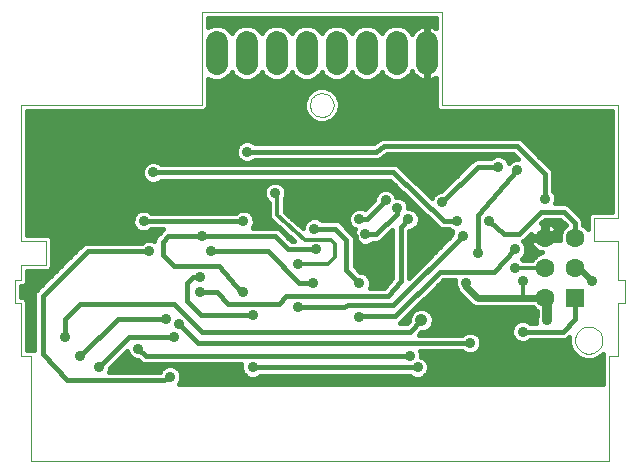
<source format=gbl>
G75*
%MOIN*%
%OFA0B0*%
%FSLAX24Y24*%
%IPPOS*%
%LPD*%
%AMOC8*
5,1,8,0,0,1.08239X$1,22.5*
%
%ADD10C,0.0740*%
%ADD11C,0.0000*%
%ADD12C,0.0630*%
%ADD13R,0.0630X0.0630*%
%ADD14C,0.0160*%
%ADD15C,0.0356*%
%ADD16C,0.0472*%
%ADD17C,0.0413*%
%ADD18C,0.0240*%
%ADD19C,0.0120*%
%ADD20C,0.0320*%
D10*
X007231Y013739D02*
X007231Y014479D01*
X008231Y014479D02*
X008231Y013739D01*
X009231Y013739D02*
X009231Y014479D01*
X010231Y014479D02*
X010231Y013739D01*
X011231Y013739D02*
X011231Y014479D01*
X012231Y014479D02*
X012231Y013739D01*
X013231Y013739D02*
X013231Y014479D01*
X014231Y014479D02*
X014231Y013739D01*
D11*
X020298Y000509D02*
X001051Y000509D01*
X001051Y004008D01*
X000727Y004008D01*
X000727Y005767D01*
X000519Y005767D01*
X000519Y006530D01*
X000727Y006530D01*
X000727Y007040D01*
X001548Y007040D01*
X001548Y007850D01*
X000727Y007850D01*
X000727Y012364D01*
X006739Y012364D01*
X006739Y014484D01*
X006739Y015484D01*
X007739Y015484D01*
X008739Y015484D01*
X009739Y015484D01*
X010739Y015484D01*
X011739Y015484D01*
X012739Y015484D01*
X013739Y015484D01*
X014739Y015484D01*
X014739Y014484D01*
X014739Y012364D01*
X020622Y012364D01*
X020622Y010929D01*
X020622Y010929D01*
X020622Y008614D01*
X019801Y008614D01*
X019801Y007850D01*
X020622Y007850D01*
X020622Y006530D01*
X020831Y006530D01*
X020831Y005767D01*
X020622Y005767D01*
X020622Y004008D01*
X020298Y004008D01*
X020298Y000509D01*
X019186Y004529D02*
X019188Y004571D01*
X019194Y004613D01*
X019204Y004655D01*
X019217Y004695D01*
X019235Y004734D01*
X019256Y004771D01*
X019280Y004805D01*
X019308Y004838D01*
X019338Y004868D01*
X019371Y004894D01*
X019406Y004918D01*
X019444Y004938D01*
X019483Y004954D01*
X019523Y004967D01*
X019565Y004976D01*
X019607Y004981D01*
X019650Y004982D01*
X019692Y004979D01*
X019734Y004972D01*
X019775Y004961D01*
X019815Y004946D01*
X019853Y004928D01*
X019890Y004906D01*
X019924Y004881D01*
X019956Y004853D01*
X019984Y004822D01*
X020010Y004788D01*
X020033Y004752D01*
X020052Y004715D01*
X020068Y004675D01*
X020080Y004634D01*
X020088Y004593D01*
X020092Y004550D01*
X020092Y004508D01*
X020088Y004465D01*
X020080Y004424D01*
X020068Y004383D01*
X020052Y004343D01*
X020033Y004306D01*
X020010Y004270D01*
X019984Y004236D01*
X019956Y004205D01*
X019924Y004177D01*
X019890Y004152D01*
X019853Y004130D01*
X019815Y004112D01*
X019775Y004097D01*
X019734Y004086D01*
X019692Y004079D01*
X019650Y004076D01*
X019607Y004077D01*
X019565Y004082D01*
X019523Y004091D01*
X019483Y004104D01*
X019444Y004120D01*
X019406Y004140D01*
X019371Y004164D01*
X019338Y004190D01*
X019308Y004220D01*
X019280Y004253D01*
X019256Y004287D01*
X019235Y004324D01*
X019217Y004363D01*
X019204Y004403D01*
X019194Y004445D01*
X019188Y004487D01*
X019186Y004529D01*
X010343Y012366D02*
X010345Y012405D01*
X010351Y012444D01*
X010361Y012482D01*
X010374Y012519D01*
X010391Y012554D01*
X010411Y012588D01*
X010435Y012619D01*
X010462Y012648D01*
X010491Y012674D01*
X010523Y012697D01*
X010557Y012717D01*
X010593Y012733D01*
X010630Y012745D01*
X010669Y012754D01*
X010708Y012759D01*
X010747Y012760D01*
X010786Y012757D01*
X010825Y012750D01*
X010862Y012739D01*
X010899Y012725D01*
X010934Y012707D01*
X010967Y012686D01*
X010998Y012661D01*
X011026Y012634D01*
X011051Y012604D01*
X011073Y012571D01*
X011092Y012537D01*
X011107Y012501D01*
X011119Y012463D01*
X011127Y012425D01*
X011131Y012386D01*
X011131Y012346D01*
X011127Y012307D01*
X011119Y012269D01*
X011107Y012231D01*
X011092Y012195D01*
X011073Y012161D01*
X011051Y012128D01*
X011026Y012098D01*
X010998Y012071D01*
X010967Y012046D01*
X010934Y012025D01*
X010899Y012007D01*
X010862Y011993D01*
X010825Y011982D01*
X010786Y011975D01*
X010747Y011972D01*
X010708Y011973D01*
X010669Y011978D01*
X010630Y011987D01*
X010593Y011999D01*
X010557Y012015D01*
X010523Y012035D01*
X010491Y012058D01*
X010462Y012084D01*
X010435Y012113D01*
X010411Y012144D01*
X010391Y012178D01*
X010374Y012213D01*
X010361Y012250D01*
X010351Y012288D01*
X010345Y012327D01*
X010343Y012366D01*
D12*
X018180Y007938D03*
X019180Y007938D03*
X019180Y006938D03*
X018180Y006938D03*
X018180Y005938D03*
D13*
X019180Y005938D03*
D14*
X019180Y005438D01*
X019185Y005432D01*
X019185Y005235D01*
X018767Y004816D01*
X017430Y004816D01*
X017295Y004463D02*
X016058Y004463D01*
X016058Y004513D02*
X016001Y004652D01*
X015894Y004758D01*
X015755Y004816D01*
X015605Y004816D01*
X015466Y004758D01*
X015425Y004717D01*
X013979Y004717D01*
X014047Y004785D01*
X014138Y004785D01*
X014288Y004847D01*
X014402Y004962D01*
X014464Y005111D01*
X014464Y005273D01*
X014402Y005422D01*
X014288Y005537D01*
X014138Y005599D01*
X013977Y005599D01*
X013827Y005537D01*
X013713Y005422D01*
X013651Y005273D01*
X013651Y005181D01*
X013562Y005092D01*
X013353Y005092D01*
X014796Y006535D01*
X015186Y006535D01*
X015177Y006513D01*
X015177Y006362D01*
X015234Y006223D01*
X015253Y006204D01*
X015284Y006131D01*
X015659Y005756D01*
X015749Y005666D01*
X015866Y005618D01*
X017772Y005618D01*
X017888Y005501D01*
X017899Y005497D01*
X017899Y005319D01*
X017881Y005276D01*
X017881Y005125D01*
X017893Y005096D01*
X017685Y005096D01*
X017644Y005137D01*
X017505Y005194D01*
X017355Y005194D01*
X017216Y005137D01*
X017109Y005030D01*
X017052Y004891D01*
X017052Y004741D01*
X017109Y004602D01*
X017216Y004495D01*
X017355Y004438D01*
X017505Y004438D01*
X017644Y004495D01*
X017685Y004536D01*
X018823Y004536D01*
X018926Y004579D01*
X018986Y004639D01*
X018986Y004399D01*
X019085Y004159D01*
X019269Y003975D01*
X019509Y003876D01*
X019768Y003876D01*
X020008Y003975D01*
X020098Y004065D01*
X020098Y003075D01*
X005977Y003075D01*
X006001Y003098D01*
X006058Y003237D01*
X006058Y003388D01*
X006001Y003527D01*
X005894Y003633D01*
X005755Y003691D01*
X005605Y003691D01*
X005466Y003633D01*
X005359Y003527D01*
X005335Y003467D01*
X003649Y003467D01*
X003683Y003550D01*
X003683Y003607D01*
X004243Y004167D01*
X004297Y004036D01*
X004403Y003929D01*
X004542Y003872D01*
X004600Y003872D01*
X004630Y003841D01*
X004709Y003763D01*
X004812Y003720D01*
X008060Y003720D01*
X008052Y003700D01*
X008052Y003550D01*
X008109Y003411D01*
X008216Y003304D01*
X008355Y003247D01*
X008505Y003247D01*
X008644Y003304D01*
X008685Y003345D01*
X013675Y003345D01*
X013716Y003304D01*
X013855Y003247D01*
X014005Y003247D01*
X014144Y003304D01*
X014251Y003411D01*
X014308Y003550D01*
X014308Y003700D01*
X014251Y003839D01*
X014144Y003946D01*
X014058Y003981D01*
X014058Y004075D01*
X014024Y004158D01*
X015425Y004158D01*
X015466Y004117D01*
X015605Y004059D01*
X015755Y004059D01*
X015894Y004117D01*
X016001Y004223D01*
X016058Y004362D01*
X016058Y004513D01*
X016013Y004621D02*
X017102Y004621D01*
X017052Y004780D02*
X015842Y004780D01*
X015518Y004780D02*
X014041Y004780D01*
X014379Y004938D02*
X017071Y004938D01*
X017176Y005097D02*
X014458Y005097D01*
X014464Y005255D02*
X017881Y005255D01*
X017893Y005097D02*
X017684Y005097D01*
X017899Y005414D02*
X014406Y005414D01*
X014203Y005572D02*
X017817Y005572D01*
X018180Y005938D02*
X018259Y005859D01*
X017430Y006000D02*
X017368Y005938D01*
X016493Y006813D02*
X016490Y006815D01*
X014680Y006815D01*
X013194Y005329D01*
X012009Y005329D01*
X011993Y005313D01*
X011618Y005688D02*
X011493Y005625D01*
X009930Y005625D01*
X009555Y006000D02*
X009305Y005750D01*
X007618Y005750D01*
X007243Y006125D01*
X006680Y006125D01*
X006243Y005835D02*
X006703Y005375D01*
X008430Y005375D01*
X008118Y006125D02*
X008055Y006125D01*
X007305Y007000D01*
X005805Y007000D01*
X005430Y007375D01*
X005430Y007813D01*
X005618Y008000D01*
X006743Y008000D01*
X009180Y008000D01*
X009618Y007563D01*
X010555Y007563D01*
X010493Y008250D02*
X011180Y008250D01*
X011555Y007875D01*
X011555Y006875D01*
X011993Y006438D01*
X012010Y006816D02*
X011835Y006991D01*
X011835Y007907D01*
X011859Y007848D01*
X011966Y007742D01*
X012105Y007684D01*
X012255Y007684D01*
X012394Y007742D01*
X012435Y007783D01*
X012611Y007783D01*
X012714Y007825D01*
X013088Y008199D01*
X013088Y006605D01*
X012803Y006280D01*
X012337Y006280D01*
X012371Y006362D01*
X012371Y006513D01*
X012313Y006652D01*
X012207Y006758D01*
X012068Y006816D01*
X012010Y006816D01*
X011986Y006840D02*
X013088Y006840D01*
X013088Y006682D02*
X012283Y006682D01*
X012366Y006523D02*
X013016Y006523D01*
X012877Y006365D02*
X012371Y006365D01*
X012930Y006000D02*
X009555Y006000D01*
X009993Y006438D02*
X008930Y007500D01*
X007055Y007500D01*
X006680Y006625D02*
X006430Y006625D01*
X006243Y006438D01*
X006243Y005835D01*
X005805Y005750D02*
X006743Y004813D01*
X013678Y004813D01*
X014058Y005192D01*
X013912Y005572D02*
X013833Y005572D01*
X013709Y005414D02*
X013674Y005414D01*
X013651Y005255D02*
X013516Y005255D01*
X013566Y005097D02*
X013357Y005097D01*
X013118Y005688D02*
X015430Y008000D01*
X015085Y008156D02*
X015052Y008075D01*
X015052Y008018D01*
X013647Y006613D01*
X013647Y008184D01*
X013693Y008184D01*
X013832Y008242D01*
X013938Y008348D01*
X013996Y008487D01*
X013996Y008638D01*
X013938Y008777D01*
X013832Y008883D01*
X013693Y008941D01*
X013621Y008941D01*
X013621Y009013D01*
X013563Y009152D01*
X013457Y009258D01*
X013318Y009316D01*
X013224Y009316D01*
X013188Y009402D01*
X013082Y009508D01*
X012943Y009566D01*
X012792Y009566D01*
X012653Y009508D01*
X012547Y009402D01*
X012489Y009263D01*
X012489Y009205D01*
X012179Y008895D01*
X012068Y008941D01*
X011917Y008941D01*
X011778Y008883D01*
X011672Y008777D01*
X011614Y008638D01*
X011614Y008487D01*
X011672Y008348D01*
X011778Y008242D01*
X011835Y008218D01*
X011802Y008138D01*
X011802Y008011D01*
X011792Y008034D01*
X011714Y008112D01*
X011339Y008487D01*
X011236Y008530D01*
X010747Y008530D01*
X010707Y008571D01*
X010568Y008628D01*
X010417Y008628D01*
X010278Y008571D01*
X010172Y008464D01*
X010114Y008325D01*
X010114Y008276D01*
X009502Y008806D01*
X009502Y009228D01*
X009558Y009362D01*
X009558Y009513D01*
X009501Y009652D01*
X009394Y009758D01*
X009255Y009816D01*
X009105Y009816D01*
X008966Y009758D01*
X008859Y009652D01*
X008802Y009513D01*
X008802Y009362D01*
X008859Y009223D01*
X008966Y009117D01*
X008983Y009110D01*
X008983Y008730D01*
X008979Y008721D01*
X008983Y008678D01*
X008983Y008636D01*
X008986Y008627D01*
X008987Y008617D01*
X009006Y008579D01*
X009022Y008540D01*
X009029Y008533D01*
X009033Y008525D01*
X009065Y008497D01*
X009095Y008467D01*
X009104Y008463D01*
X009821Y007842D01*
X009733Y007842D01*
X009417Y008159D01*
X009339Y008237D01*
X009236Y008280D01*
X008432Y008280D01*
X008438Y008286D01*
X008496Y008425D01*
X009148Y008425D01*
X009268Y008267D02*
X009331Y008267D01*
X009468Y008108D02*
X009514Y008108D01*
X009626Y007950D02*
X009697Y007950D01*
X009942Y008425D02*
X010156Y008425D01*
X010310Y008584D02*
X009759Y008584D01*
X009577Y008742D02*
X011658Y008742D01*
X011614Y008584D02*
X010675Y008584D01*
X011401Y008425D02*
X011640Y008425D01*
X011559Y008267D02*
X011754Y008267D01*
X011718Y008108D02*
X011802Y008108D01*
X011868Y008000D02*
X011430Y008438D01*
X011430Y009125D01*
X011805Y009500D01*
X012430Y009500D01*
X012536Y009376D02*
X009558Y009376D01*
X009549Y009535D02*
X012717Y009535D01*
X013018Y009535D02*
X013327Y009535D01*
X013199Y009376D02*
X013492Y009376D01*
X013497Y009218D02*
X013656Y009218D01*
X013601Y009059D02*
X013821Y009059D01*
X013790Y008901D02*
X013985Y008901D01*
X013952Y008742D02*
X014150Y008742D01*
X013996Y008584D02*
X014315Y008584D01*
X014479Y008425D02*
X013970Y008425D01*
X013856Y008267D02*
X014643Y008267D01*
X014646Y008263D02*
X014649Y008262D01*
X014651Y008260D01*
X014700Y008240D01*
X014749Y008220D01*
X014752Y008220D01*
X014755Y008219D01*
X014808Y008220D01*
X014988Y008220D01*
X015028Y008179D01*
X015085Y008156D01*
X015065Y008108D02*
X013647Y008108D01*
X013647Y007950D02*
X014984Y007950D01*
X014825Y007791D02*
X013647Y007791D01*
X013647Y007633D02*
X014667Y007633D01*
X014508Y007474D02*
X013647Y007474D01*
X013647Y007316D02*
X014350Y007316D01*
X014191Y007157D02*
X013647Y007157D01*
X013647Y006999D02*
X014033Y006999D01*
X013993Y007125D02*
X013993Y008063D01*
X014055Y008125D01*
X014609Y008300D02*
X014646Y008263D01*
X014609Y008300D02*
X013005Y009845D01*
X005372Y009845D01*
X005332Y009804D01*
X005193Y009747D01*
X005042Y009747D01*
X004903Y009804D01*
X004797Y009911D01*
X004739Y010050D01*
X004739Y010200D01*
X004797Y010339D01*
X004903Y010446D01*
X005042Y010503D01*
X005193Y010503D01*
X005332Y010446D01*
X005372Y010405D01*
X013115Y010405D01*
X013168Y010406D01*
X013170Y010405D01*
X013173Y010405D01*
X013222Y010385D01*
X013272Y010365D01*
X013274Y010363D01*
X013276Y010362D01*
X013314Y010325D01*
X014398Y009281D01*
X014422Y009339D01*
X014528Y009446D01*
X014667Y009503D01*
X014725Y009503D01*
X015693Y010471D01*
X015771Y010550D01*
X015874Y010592D01*
X016363Y010592D01*
X016403Y010633D01*
X016542Y010691D01*
X016693Y010691D01*
X016832Y010633D01*
X016938Y010527D01*
X016970Y010450D01*
X017028Y010508D01*
X017167Y010566D01*
X017281Y010566D01*
X017127Y010720D01*
X012898Y010720D01*
X012739Y010600D01*
X012714Y010575D01*
X012695Y010567D01*
X012678Y010555D01*
X012644Y010546D01*
X012611Y010533D01*
X012590Y010533D01*
X012571Y010527D01*
X012535Y010533D01*
X008497Y010533D01*
X008457Y010492D01*
X008318Y010434D01*
X008167Y010434D01*
X008028Y010492D01*
X007922Y010598D01*
X007864Y010737D01*
X007864Y010888D01*
X007922Y011027D01*
X008028Y011133D01*
X008167Y011191D01*
X008318Y011191D01*
X008457Y011133D01*
X008497Y011092D01*
X012462Y011092D01*
X012621Y011212D01*
X012646Y011237D01*
X012665Y011245D01*
X012682Y011257D01*
X012716Y011266D01*
X012749Y011280D01*
X012770Y011280D01*
X012789Y011285D01*
X012825Y011280D01*
X017298Y011280D01*
X017401Y011237D01*
X017480Y011159D01*
X018417Y010221D01*
X018460Y010118D01*
X018460Y009505D01*
X018501Y009464D01*
X018558Y009325D01*
X018558Y009175D01*
X018524Y009092D01*
X018861Y009092D01*
X018964Y009050D01*
X019339Y008675D01*
X019417Y008596D01*
X019460Y008493D01*
X019460Y008379D01*
X019472Y008374D01*
X019601Y008245D01*
X019601Y008697D01*
X019718Y008814D01*
X020422Y008814D01*
X020422Y010846D01*
X020422Y010846D01*
X020422Y012164D01*
X014656Y012164D01*
X014539Y012281D01*
X014539Y013283D01*
X014519Y013269D01*
X014442Y013229D01*
X014360Y013203D01*
X014274Y013189D01*
X014261Y013189D01*
X014261Y014079D01*
X014201Y014079D01*
X014201Y013189D01*
X014188Y013189D01*
X014102Y013203D01*
X014020Y013229D01*
X013943Y013269D01*
X013873Y013320D01*
X013811Y013381D01*
X013760Y013451D01*
X013743Y013486D01*
X013714Y013416D01*
X013554Y013256D01*
X013344Y013169D01*
X013117Y013169D01*
X012908Y013256D01*
X012748Y013416D01*
X012731Y013457D01*
X012714Y013416D01*
X012554Y013256D01*
X012344Y013169D01*
X012117Y013169D01*
X011908Y013256D01*
X011748Y013416D01*
X011731Y013457D01*
X011714Y013416D01*
X011554Y013256D01*
X011344Y013169D01*
X011117Y013169D01*
X010908Y013256D01*
X010748Y013416D01*
X010731Y013457D01*
X010714Y013416D01*
X010554Y013256D01*
X010344Y013169D01*
X010117Y013169D01*
X009908Y013256D01*
X009748Y013416D01*
X009731Y013457D01*
X009714Y013416D01*
X009554Y013256D01*
X009344Y013169D01*
X009117Y013169D01*
X008908Y013256D01*
X008748Y013416D01*
X008731Y013457D01*
X008714Y013416D01*
X008554Y013256D01*
X008344Y013169D01*
X008117Y013169D01*
X007908Y013256D01*
X007748Y013416D01*
X007731Y013457D01*
X007714Y013416D01*
X007554Y013256D01*
X007344Y013169D01*
X007117Y013169D01*
X006939Y013243D01*
X006939Y012281D01*
X006822Y012164D01*
X000927Y012164D01*
X000927Y008050D01*
X001631Y008050D01*
X001748Y007933D01*
X001748Y006957D01*
X001631Y006840D01*
X000927Y006840D01*
X000927Y006448D01*
X000810Y006330D01*
X000719Y006330D01*
X000719Y005967D01*
X000810Y005967D01*
X000927Y005849D01*
X000927Y004208D01*
X001134Y004208D01*
X001150Y004192D01*
X001150Y006056D01*
X001193Y006159D01*
X002693Y007659D01*
X002693Y007659D01*
X002771Y007737D01*
X002874Y007780D01*
X004738Y007780D01*
X004778Y007821D01*
X004917Y007878D01*
X005068Y007878D01*
X005150Y007844D01*
X005150Y007868D01*
X005193Y007971D01*
X005380Y008159D01*
X005442Y008220D01*
X005060Y008220D01*
X005019Y008179D01*
X004880Y008122D01*
X004730Y008122D01*
X004591Y008179D01*
X004484Y008286D01*
X004427Y008425D01*
X000927Y008425D01*
X000927Y008267D02*
X004504Y008267D01*
X004427Y008425D02*
X004427Y008575D01*
X004484Y008714D01*
X004591Y008821D01*
X004730Y008878D01*
X004880Y008878D01*
X005019Y008821D01*
X005060Y008780D01*
X007863Y008780D01*
X007903Y008821D01*
X008042Y008878D01*
X008193Y008878D01*
X008332Y008821D01*
X008438Y008714D01*
X008496Y008575D01*
X008496Y008425D01*
X008492Y008584D02*
X009004Y008584D01*
X008983Y008742D02*
X008410Y008742D01*
X008118Y008500D02*
X004805Y008500D01*
X004512Y008742D02*
X000927Y008742D01*
X000927Y008584D02*
X004430Y008584D01*
X005184Y007950D02*
X001732Y007950D01*
X001748Y007791D02*
X004749Y007791D01*
X004993Y007500D02*
X002930Y007500D01*
X001430Y006000D01*
X001430Y004063D01*
X002243Y003188D01*
X005493Y003188D01*
X005680Y003313D01*
X006007Y003512D02*
X008068Y003512D01*
X008052Y003670D02*
X005805Y003670D01*
X005555Y003670D02*
X003746Y003670D01*
X003667Y003512D02*
X005353Y003512D01*
X004868Y004000D02*
X013680Y004000D01*
X014029Y004146D02*
X015437Y004146D01*
X015680Y004438D02*
X006618Y004438D01*
X005993Y005063D01*
X005555Y005250D02*
X003930Y005250D01*
X002680Y004000D01*
X003305Y003625D02*
X004305Y004625D01*
X005805Y004625D01*
X004868Y004000D02*
X004618Y004250D01*
X004346Y003987D02*
X004063Y003987D01*
X004221Y004146D02*
X004252Y004146D01*
X003904Y003829D02*
X004643Y003829D01*
X006058Y003353D02*
X008167Y003353D01*
X008430Y003625D02*
X013930Y003625D01*
X014193Y003353D02*
X020098Y003353D01*
X020098Y003195D02*
X006040Y003195D01*
X005805Y005750D02*
X002680Y005750D01*
X002180Y005250D01*
X002180Y004625D01*
X001150Y004621D02*
X000927Y004621D01*
X000927Y004463D02*
X001150Y004463D01*
X001150Y004304D02*
X000927Y004304D01*
X000927Y004780D02*
X001150Y004780D01*
X001150Y004938D02*
X000927Y004938D01*
X000927Y005097D02*
X001150Y005097D01*
X001150Y005255D02*
X000927Y005255D01*
X000927Y005414D02*
X001150Y005414D01*
X001150Y005572D02*
X000927Y005572D01*
X000927Y005731D02*
X001150Y005731D01*
X001150Y005889D02*
X000888Y005889D01*
X000719Y006048D02*
X001150Y006048D01*
X001240Y006206D02*
X000719Y006206D01*
X000844Y006365D02*
X001399Y006365D01*
X001557Y006523D02*
X000927Y006523D01*
X000927Y006682D02*
X001716Y006682D01*
X001632Y006840D02*
X001874Y006840D01*
X001748Y006999D02*
X002033Y006999D01*
X002191Y007157D02*
X001748Y007157D01*
X001748Y007316D02*
X002350Y007316D01*
X002508Y007474D02*
X001748Y007474D01*
X001748Y007633D02*
X002667Y007633D01*
X000927Y008108D02*
X005330Y008108D01*
X004856Y009852D02*
X000927Y009852D01*
X000927Y010010D02*
X004756Y010010D01*
X004739Y010169D02*
X000927Y010169D01*
X000927Y010327D02*
X004792Y010327D01*
X005000Y010486D02*
X000927Y010486D01*
X000927Y010644D02*
X007903Y010644D01*
X007864Y010803D02*
X000927Y010803D01*
X000927Y010961D02*
X007895Y010961D01*
X008015Y011120D02*
X000927Y011120D01*
X000927Y011278D02*
X012745Y011278D01*
X012498Y011120D02*
X008470Y011120D01*
X008243Y010813D02*
X012555Y010813D01*
X012805Y011000D01*
X017243Y011000D01*
X018180Y010063D01*
X018180Y009250D01*
X018537Y009376D02*
X020422Y009376D01*
X020422Y009218D02*
X018558Y009218D01*
X018460Y009535D02*
X020422Y009535D01*
X020422Y009693D02*
X018460Y009693D01*
X018460Y009852D02*
X020422Y009852D01*
X020422Y010010D02*
X018460Y010010D01*
X018439Y010169D02*
X020422Y010169D01*
X020422Y010327D02*
X018311Y010327D01*
X018153Y010486D02*
X020422Y010486D01*
X020422Y010644D02*
X017994Y010644D01*
X017836Y010803D02*
X020422Y010803D01*
X020422Y010961D02*
X017677Y010961D01*
X017519Y011120D02*
X020422Y011120D01*
X020422Y011278D02*
X017303Y011278D01*
X017203Y010644D02*
X016805Y010644D01*
X016955Y010486D02*
X017006Y010486D01*
X017243Y010188D02*
X015930Y008688D01*
X015930Y007438D01*
X016493Y006813D02*
X017180Y007563D01*
X017455Y007822D02*
X017464Y007825D01*
X017700Y008061D01*
X017697Y008053D01*
X017691Y008015D01*
X018103Y008015D01*
X018103Y008426D01*
X018064Y008420D01*
X018056Y008418D01*
X018171Y008533D01*
X018689Y008533D01*
X018868Y008354D01*
X018743Y008229D01*
X018665Y008040D01*
X018665Y008039D01*
X018663Y008053D01*
X018639Y008127D01*
X018603Y008197D01*
X018558Y008260D01*
X018502Y008315D01*
X018439Y008361D01*
X018370Y008396D01*
X018296Y008420D01*
X018257Y008426D01*
X018257Y008015D01*
X018103Y008015D01*
X018103Y007860D01*
X017691Y007860D01*
X017697Y007822D01*
X017721Y007748D01*
X017757Y007678D01*
X017802Y007615D01*
X017858Y007560D01*
X017921Y007514D01*
X017990Y007479D01*
X018064Y007455D01*
X018078Y007452D01*
X018078Y007452D01*
X017888Y007374D01*
X017743Y007229D01*
X017730Y007197D01*
X017455Y007197D01*
X017402Y007250D01*
X017501Y007348D01*
X017558Y007487D01*
X017558Y007638D01*
X017501Y007777D01*
X017455Y007822D01*
X017486Y007791D02*
X017707Y007791D01*
X017790Y007633D02*
X017558Y007633D01*
X017553Y007474D02*
X018005Y007474D01*
X017830Y007316D02*
X017468Y007316D01*
X018257Y007860D02*
X018257Y008015D01*
X018665Y008015D01*
X018665Y007860D01*
X018257Y007860D01*
X018257Y007950D02*
X018665Y007950D01*
X018645Y008108D02*
X018693Y008108D01*
X018781Y008267D02*
X018551Y008267D01*
X018680Y008375D02*
X018305Y007938D01*
X018180Y007938D01*
X018103Y007950D02*
X017588Y007950D01*
X017305Y008063D02*
X018055Y008813D01*
X018805Y008813D01*
X019180Y008438D01*
X019180Y007938D01*
X019579Y008267D02*
X019601Y008267D01*
X019601Y008425D02*
X019460Y008425D01*
X019423Y008584D02*
X019601Y008584D01*
X019646Y008742D02*
X019271Y008742D01*
X019113Y008901D02*
X020422Y008901D01*
X020422Y009059D02*
X018942Y009059D01*
X018797Y008425D02*
X018266Y008425D01*
X018257Y008425D02*
X018103Y008425D01*
X018094Y008425D02*
X018063Y008425D01*
X018103Y008267D02*
X018257Y008267D01*
X018257Y008108D02*
X018103Y008108D01*
X017305Y008063D02*
X016805Y008063D01*
X016305Y008500D01*
X015243Y008500D02*
X014805Y008500D01*
X013118Y010125D01*
X005118Y010125D01*
X005235Y010486D02*
X008044Y010486D01*
X008441Y010486D02*
X015707Y010486D01*
X015549Y010327D02*
X013311Y010327D01*
X013476Y010169D02*
X015390Y010169D01*
X015232Y010010D02*
X013641Y010010D01*
X013805Y009852D02*
X015073Y009852D01*
X014915Y009693D02*
X013970Y009693D01*
X014134Y009535D02*
X014756Y009535D01*
X014459Y009376D02*
X014299Y009376D01*
X014743Y009125D02*
X015930Y010313D01*
X016618Y010313D01*
X016430Y010644D02*
X012797Y010644D01*
X013162Y009693D02*
X009459Y009693D01*
X009502Y009218D02*
X012489Y009218D01*
X012343Y009059D02*
X009502Y009059D01*
X009502Y008901D02*
X011820Y008901D01*
X012165Y008901D02*
X012185Y008901D01*
X012243Y008563D02*
X011993Y008563D01*
X012243Y008563D02*
X012868Y009188D01*
X013243Y008938D02*
X013243Y008750D01*
X012555Y008063D01*
X012180Y008063D01*
X011868Y008000D02*
X011868Y007875D01*
X012243Y007500D01*
X012618Y007500D01*
X012930Y007813D01*
X013088Y007791D02*
X012631Y007791D01*
X012838Y007950D02*
X013088Y007950D01*
X013088Y008108D02*
X012996Y008108D01*
X013368Y008313D02*
X013618Y008563D01*
X013368Y008313D02*
X013368Y006500D01*
X012930Y006000D01*
X013118Y005688D02*
X011618Y005688D01*
X010430Y006438D02*
X009993Y006438D01*
X011835Y006999D02*
X013088Y006999D01*
X013088Y007157D02*
X011835Y007157D01*
X011835Y007316D02*
X013088Y007316D01*
X013088Y007474D02*
X011835Y007474D01*
X011835Y007633D02*
X013088Y007633D01*
X013647Y006840D02*
X013874Y006840D01*
X013716Y006682D02*
X013647Y006682D01*
X014308Y006048D02*
X015367Y006048D01*
X015252Y006206D02*
X014467Y006206D01*
X014625Y006365D02*
X015177Y006365D01*
X015181Y006523D02*
X014784Y006523D01*
X014150Y005889D02*
X015526Y005889D01*
X015684Y005731D02*
X013991Y005731D01*
X016034Y004304D02*
X019025Y004304D01*
X018986Y004463D02*
X017565Y004463D01*
X018968Y004621D02*
X018986Y004621D01*
X019098Y004146D02*
X015923Y004146D01*
X014308Y003670D02*
X020098Y003670D01*
X020098Y003512D02*
X014292Y003512D01*
X014255Y003829D02*
X020098Y003829D01*
X020098Y003987D02*
X020020Y003987D01*
X019257Y003987D02*
X014058Y003987D01*
X011917Y007791D02*
X011835Y007791D01*
X008983Y008901D02*
X000927Y008901D01*
X000927Y009059D02*
X008983Y009059D01*
X008865Y009218D02*
X000927Y009218D01*
X000927Y009376D02*
X008802Y009376D01*
X008811Y009535D02*
X000927Y009535D01*
X000927Y009693D02*
X008901Y009693D01*
X010400Y011862D02*
X010619Y011772D01*
X010855Y011772D01*
X011073Y011862D01*
X011240Y012029D01*
X011330Y012247D01*
X011330Y012484D01*
X011240Y012702D01*
X011073Y012869D01*
X010855Y012959D01*
X010619Y012959D01*
X010400Y012869D01*
X010233Y012702D01*
X010143Y012484D01*
X010143Y012247D01*
X010233Y012029D01*
X010400Y011862D01*
X010351Y011912D02*
X000927Y011912D01*
X000927Y011754D02*
X020422Y011754D01*
X020422Y011912D02*
X011123Y011912D01*
X011257Y012071D02*
X020422Y012071D01*
X020422Y011595D02*
X000927Y011595D01*
X000927Y011437D02*
X020422Y011437D01*
X014591Y012229D02*
X011323Y012229D01*
X011330Y012388D02*
X014539Y012388D01*
X014539Y012546D02*
X011305Y012546D01*
X011237Y012705D02*
X014539Y012705D01*
X014539Y012863D02*
X011079Y012863D01*
X011091Y013180D02*
X010371Y013180D01*
X010636Y013339D02*
X010825Y013339D01*
X011371Y013180D02*
X012091Y013180D01*
X012371Y013180D02*
X013091Y013180D01*
X012825Y013339D02*
X012636Y013339D01*
X011825Y013339D02*
X011636Y013339D01*
X010395Y012863D02*
X006939Y012863D01*
X006939Y012705D02*
X010236Y012705D01*
X010169Y012546D02*
X006939Y012546D01*
X006939Y012388D02*
X010143Y012388D01*
X010151Y012229D02*
X006887Y012229D01*
X006939Y013022D02*
X014539Y013022D01*
X014539Y013180D02*
X013371Y013180D01*
X013636Y013339D02*
X013854Y013339D01*
X014201Y013339D02*
X014261Y013339D01*
X014261Y013497D02*
X014201Y013497D01*
X014201Y013656D02*
X014261Y013656D01*
X014261Y013814D02*
X014201Y013814D01*
X014201Y013973D02*
X014261Y013973D01*
X014261Y014139D02*
X014201Y014139D01*
X014201Y015029D01*
X014188Y015029D01*
X014102Y015016D01*
X014020Y014989D01*
X013943Y014949D01*
X013873Y014899D01*
X013811Y014837D01*
X013760Y014767D01*
X013743Y014733D01*
X013714Y014802D01*
X013554Y014962D01*
X013344Y015049D01*
X013117Y015049D01*
X012908Y014962D01*
X012748Y014802D01*
X012731Y014761D01*
X012714Y014802D01*
X012554Y014962D01*
X012344Y015049D01*
X012117Y015049D01*
X011908Y014962D01*
X011748Y014802D01*
X011731Y014761D01*
X011714Y014802D01*
X011554Y014962D01*
X011344Y015049D01*
X011117Y015049D01*
X010908Y014962D01*
X010748Y014802D01*
X010731Y014761D01*
X010714Y014802D01*
X010554Y014962D01*
X010344Y015049D01*
X010117Y015049D01*
X009908Y014962D01*
X009748Y014802D01*
X009731Y014761D01*
X009714Y014802D01*
X009554Y014962D01*
X009344Y015049D01*
X009117Y015049D01*
X008908Y014962D01*
X008748Y014802D01*
X008731Y014761D01*
X008714Y014802D01*
X008554Y014962D01*
X008344Y015049D01*
X008117Y015049D01*
X007908Y014962D01*
X007748Y014802D01*
X007731Y014761D01*
X007714Y014802D01*
X007554Y014962D01*
X007344Y015049D01*
X007117Y015049D01*
X006939Y014975D01*
X006939Y015284D01*
X014539Y015284D01*
X014539Y014935D01*
X014519Y014949D01*
X014442Y014989D01*
X014360Y015016D01*
X014274Y015029D01*
X014261Y015029D01*
X014261Y014139D01*
X014261Y014290D02*
X014201Y014290D01*
X014201Y014448D02*
X014261Y014448D01*
X014261Y014607D02*
X014201Y014607D01*
X014201Y014765D02*
X014261Y014765D01*
X014261Y014924D02*
X014201Y014924D01*
X014539Y015082D02*
X006939Y015082D01*
X006939Y015241D02*
X014539Y015241D01*
X013907Y014924D02*
X013592Y014924D01*
X013729Y014765D02*
X013759Y014765D01*
X012869Y014924D02*
X012592Y014924D01*
X012729Y014765D02*
X012732Y014765D01*
X011869Y014924D02*
X011592Y014924D01*
X011729Y014765D02*
X011732Y014765D01*
X010869Y014924D02*
X010592Y014924D01*
X010729Y014765D02*
X010732Y014765D01*
X009869Y014924D02*
X009592Y014924D01*
X009729Y014765D02*
X009732Y014765D01*
X008869Y014924D02*
X008592Y014924D01*
X008729Y014765D02*
X008732Y014765D01*
X007869Y014924D02*
X007592Y014924D01*
X007729Y014765D02*
X007732Y014765D01*
X007636Y013339D02*
X007825Y013339D01*
X008091Y013180D02*
X007371Y013180D01*
X007091Y013180D02*
X006939Y013180D01*
X008371Y013180D02*
X009091Y013180D01*
X009371Y013180D02*
X010091Y013180D01*
X009825Y013339D02*
X009636Y013339D01*
X008825Y013339D02*
X008636Y013339D01*
X010216Y012071D02*
X000927Y012071D01*
D15*
X005118Y010125D03*
X004805Y008500D03*
X004993Y007500D03*
X006743Y008000D03*
X007055Y007500D03*
X006680Y006625D03*
X006680Y006125D03*
X005555Y005250D03*
X005993Y005063D03*
X005805Y004625D03*
X004618Y004250D03*
X004555Y003688D03*
X005680Y003313D03*
X003305Y003625D03*
X002680Y004000D03*
X002180Y004625D03*
X008118Y006125D03*
X008430Y005375D03*
X009930Y005625D03*
X010430Y006438D03*
X009930Y007063D03*
X010555Y007563D03*
X010493Y008250D03*
X011993Y008563D03*
X012180Y008063D03*
X012930Y007813D03*
X013618Y008563D03*
X013243Y008938D03*
X012868Y009188D03*
X012430Y009500D03*
X014055Y008125D03*
X015243Y008500D03*
X015430Y008000D03*
X015930Y007438D03*
X017180Y007563D03*
X017180Y006938D03*
X017430Y006500D03*
X018259Y005201D03*
X017430Y004816D03*
X015680Y004438D03*
X013930Y003625D03*
X013680Y004000D03*
X011993Y005313D03*
X011993Y006438D03*
X013993Y007125D03*
X015555Y006438D03*
X016305Y008500D03*
X014743Y009125D03*
X016618Y010313D03*
X017243Y010188D03*
X018180Y009250D03*
X018680Y008375D03*
X019743Y006500D03*
X009180Y009438D03*
X008118Y008500D03*
X008243Y010813D03*
X008430Y003625D03*
D16*
X015555Y003750D03*
X018180Y004188D03*
X011743Y011625D03*
X013993Y013000D03*
X007993Y012188D03*
X007493Y010625D03*
X002180Y011250D03*
D17*
X006868Y003438D03*
X014058Y005192D03*
D18*
X015555Y006313D02*
X015930Y005938D01*
X017368Y005938D01*
X018180Y005938D01*
X019180Y006938D02*
X019305Y006938D01*
X019743Y006500D01*
X015555Y006438D02*
X015555Y006313D01*
D19*
X017180Y006938D02*
X018180Y006938D01*
X017430Y006500D02*
X017430Y006000D01*
X011180Y007313D02*
X011180Y007750D01*
X011055Y007875D01*
X010180Y007875D01*
X009243Y008688D01*
X009243Y009500D01*
X009180Y009438D01*
X011180Y007313D02*
X010930Y007063D01*
X009930Y007063D01*
D20*
X018259Y005859D02*
X018259Y005201D01*
M02*

</source>
